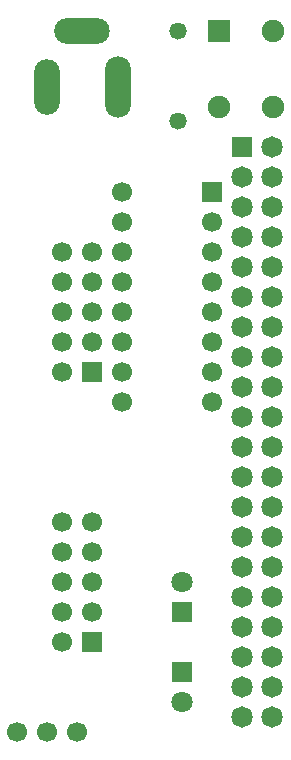
<source format=gbr>
G04 DipTrace 3.2.0.1*
G04 TopMask.gbr*
%MOMM*%
G04 #@! TF.FileFunction,Soldermask,Top*
G04 #@! TF.Part,Single*
%ADD25R,1.7X1.7*%
%ADD26C,1.7*%
%ADD39C,1.9*%
%ADD40R,1.9X1.9*%
%ADD41C,1.47*%
%ADD43C,1.47*%
%ADD45R,1.82X1.82*%
%ADD47C,1.82*%
%ADD49O,4.7X2.2*%
%ADD51O,2.2X5.2*%
%ADD53O,2.2X4.7*%
%ADD56C,1.7*%
%ADD58C,1.8*%
%ADD60R,1.8X1.8*%
%FSLAX35Y35*%
G04*
G71*
G90*
G75*
G01*
G04 TopMask*
%LPD*%
D60*
X2951000Y2397000D3*
D58*
Y2143000D3*
D60*
Y2905000D3*
D58*
Y3159000D3*
D56*
X1935000Y5953000D3*
Y5699000D3*
Y5445000D3*
Y5191000D3*
Y4937000D3*
D25*
X2189000D3*
D56*
Y5191000D3*
Y5445000D3*
Y5699000D3*
Y5953000D3*
X1935000Y3667000D3*
Y3413000D3*
Y3159000D3*
Y2905000D3*
Y2651000D3*
D25*
X2189000D3*
D56*
Y2905000D3*
Y3159000D3*
Y3413000D3*
Y3667000D3*
D53*
X1808000Y7350000D3*
D51*
X2408000D3*
D49*
X2108000Y7820000D3*
D47*
X3713000Y6842000D3*
Y6588000D3*
Y6334000D3*
Y6080000D3*
Y5826000D3*
Y5572000D3*
Y5318000D3*
Y5064000D3*
Y4810000D3*
Y4556000D3*
Y4302000D3*
Y4048000D3*
Y3794000D3*
Y3540000D3*
Y3286000D3*
Y3032000D3*
Y2778000D3*
Y2524000D3*
Y2270000D3*
Y2016000D3*
X3459000D3*
Y2270000D3*
Y2524000D3*
Y2778000D3*
Y3032000D3*
Y3286000D3*
Y3540000D3*
Y3794000D3*
Y4048000D3*
Y4302000D3*
Y4556000D3*
Y4810000D3*
Y5064000D3*
Y5318000D3*
Y5572000D3*
Y5826000D3*
Y6080000D3*
Y6334000D3*
Y6588000D3*
D45*
Y6842000D3*
D43*
X2919250Y7826250D3*
D41*
Y7064250D3*
D40*
X3268500Y7826250D3*
D39*
X3718500D3*
Y7176250D3*
X3268500D3*
D25*
X3205000Y6461000D3*
D26*
Y6207000D3*
Y5953000D3*
Y5699000D3*
Y5445000D3*
Y5191000D3*
Y4937000D3*
Y4683000D3*
X2443000D3*
Y4937000D3*
Y5191000D3*
Y5445000D3*
Y5699000D3*
Y5953000D3*
Y6207000D3*
Y6461000D3*
D56*
X2062000Y1889000D3*
X1808000D3*
X1554000D3*
M02*

</source>
